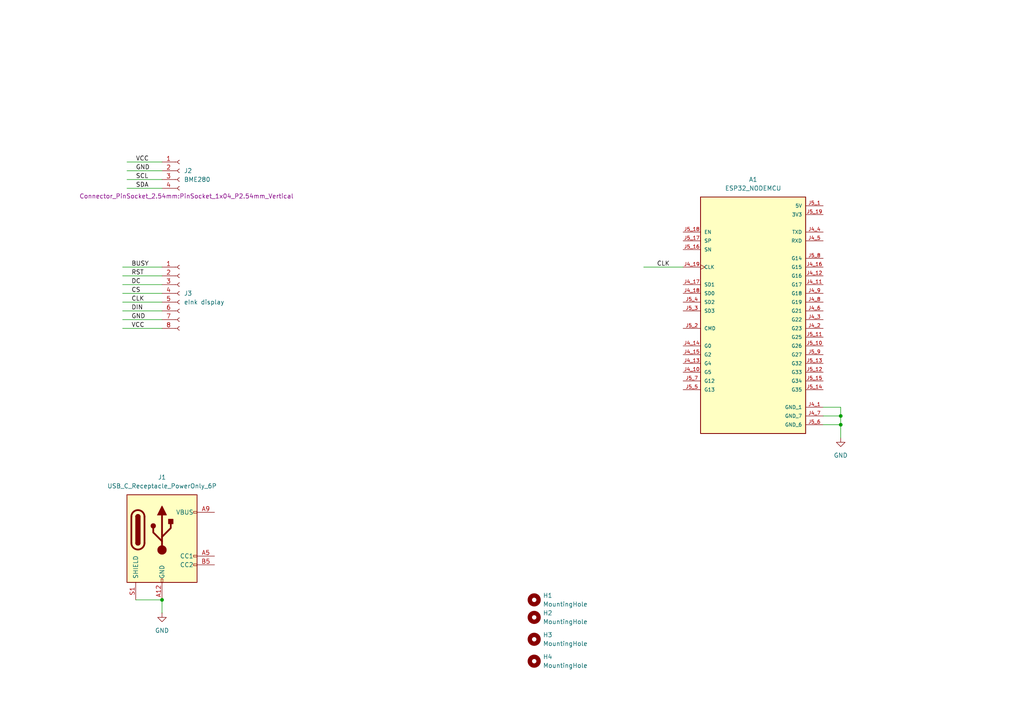
<source format=kicad_sch>
(kicad_sch (version 20250114) (generator "eeschema") (generator_version "9.0")
  (paper "A4")
  (lib_symbols
    (symbol "Connector:Conn_01x04_Socket" (pin_names (offset 1.016) (hide yes))
      (property "Reference" "J" (at 0 5.08 0))
      (property "Value" "Conn_01x04_Socket" (at 0 -7.62 0))
      (symbol "Conn_01x04_Socket_1_1"
        (polyline (pts (xy -1.27 2.54) (xy -0.508 2.54)) (stroke (width 0.1524)))
        (polyline (pts (xy -1.27 0) (xy -0.508 0)) (stroke (width 0.1524)))
        (polyline (pts (xy -1.27 -2.54) (xy -0.508 -2.54)) (stroke (width 0.1524)))
        (polyline (pts (xy -1.27 -5.08) (xy -0.508 -5.08)) (stroke (width 0.1524)))
        (arc (start 0 2.032) (mid -0.5058 2.54) (end 0 3.048) (stroke (width 0.1524)))
        (arc (start 0 -0.508) (mid -0.5058 0) (end 0 0.508) (stroke (width 0.1524)))
        (arc (start 0 -3.048) (mid -0.5058 -2.54) (end 0 -2.032) (stroke (width 0.1524)))
        (arc (start 0 -5.588) (mid -0.5058 -5.08) (end 0 -4.572) (stroke (width 0.1524)))
        (pin passive line (at -5.08 2.54 0) (length 3.81) (name "Pin_1") (number "1"))
        (pin passive line (at -5.08 0 0) (length 3.81) (name "Pin_2") (number "2"))
        (pin passive line (at -5.08 -2.54 0) (length 3.81) (name "Pin_3") (number "3"))
        (pin passive line (at -5.08 -5.08 0) (length 3.81) (name "Pin_4") (number "4"))
      )
    )
    (symbol "Connector:Conn_01x08_Socket" (pin_names (offset 1.016) (hide yes))
      (property "Reference" "J" (at 0 10.16 0))
      (property "Value" "Conn_01x08_Socket" (at 0 -12.7 0))
      (symbol "Conn_01x08_Socket_1_1"
        (polyline (pts (xy -1.27 7.62) (xy -0.508 7.62)) (stroke (width 0.1524)))
        (polyline (pts (xy -1.27 5.08) (xy -0.508 5.08)) (stroke (width 0.1524)))
        (polyline (pts (xy -1.27 2.54) (xy -0.508 2.54)) (stroke (width 0.1524)))
        (polyline (pts (xy -1.27 0) (xy -0.508 0)) (stroke (width 0.1524)))
        (polyline (pts (xy -1.27 -2.54) (xy -0.508 -2.54)) (stroke (width 0.1524)))
        (polyline (pts (xy -1.27 -5.08) (xy -0.508 -5.08)) (stroke (width 0.1524)))
        (polyline (pts (xy -1.27 -7.62) (xy -0.508 -7.62)) (stroke (width 0.1524)))
        (polyline (pts (xy -1.27 -10.16) (xy -0.508 -10.16)) (stroke (width 0.1524)))
        (arc (start 0 7.112) (mid -0.5058 7.62) (end 0 8.128) (stroke (width 0.1524)))
        (arc (start 0 4.572) (mid -0.5058 5.08) (end 0 5.588) (stroke (width 0.1524)))
        (arc (start 0 2.032) (mid -0.5058 2.54) (end 0 3.048) (stroke (width 0.1524)))
        (arc (start 0 -0.508) (mid -0.5058 0) (end 0 0.508) (stroke (width 0.1524)))
        (arc (start 0 -3.048) (mid -0.5058 -2.54) (end 0 -2.032) (stroke (width 0.1524)))
        (arc (start 0 -5.588) (mid -0.5058 -5.08) (end 0 -4.572) (stroke (width 0.1524)))
        (arc (start 0 -8.128) (mid -0.5058 -7.62) (end 0 -7.112) (stroke (width 0.1524)))
        (arc (start 0 -10.668) (mid -0.5058 -10.16) (end 0 -9.652) (stroke (width 0.1524)))
        (pin passive line (at -5.08 7.62 0) (length 3.81) (name "Pin_1") (number "1"))
        (pin passive line (at -5.08 5.08 0) (length 3.81) (name "Pin_2") (number "2"))
        (pin passive line (at -5.08 2.54 0) (length 3.81) (name "Pin_3") (number "3"))
        (pin passive line (at -5.08 0 0) (length 3.81) (name "Pin_4") (number "4"))
        (pin passive line (at -5.08 -2.54 0) (length 3.81) (name "Pin_5") (number "5"))
        (pin passive line (at -5.08 -5.08 0) (length 3.81) (name "Pin_6") (number "6"))
        (pin passive line (at -5.08 -7.62 0) (length 3.81) (name "Pin_7") (number "7"))
        (pin passive line (at -5.08 -10.16 0) (length 3.81) (name "Pin_8") (number "8"))
      )
    )
    (symbol "Connector:USB_C_Receptacle_PowerOnly_6P" (pin_names (offset 1.016))
      (property "Reference" "J" (at 0 16.51 0))
      (property "Value" "USB_C_Receptacle_PowerOnly_6P" (at 0 13.97 0))
      (symbol "USB_C_Receptacle_PowerOnly_6P_0_0"
        (rectangle (start -0.254 -12.7) (end 0.254 -11.684))
        (rectangle (start 10.16 7.874) (end 9.144 7.366))
        (rectangle (start 10.16 -4.826) (end 9.144 -5.334))
        (rectangle (start 10.16 -7.366) (end 9.144 -7.874))
      )
      (symbol "USB_C_Receptacle_PowerOnly_6P_0_1"
        (rectangle (start -10.16 12.7) (end 10.16 -12.7) (stroke (width 0.254)) (fill (type background)))
        (polyline (pts (xy -8.89 -1.27) (xy -8.89 6.35)) (stroke (width 0.508)))
        (rectangle (start -7.62 -1.27) (end -6.35 6.35) (stroke (width 0.254)) (fill (type outline)))
        (arc (start -7.62 6.35) (mid -6.985 6.9823) (end -6.35 6.35) (stroke (width 0.254)))
        (arc (start -7.62 6.35) (mid -6.985 6.9823) (end -6.35 6.35) (stroke (width 0.254)) (fill (type outline)))
        (arc (start -8.89 6.35) (mid -6.985 8.2467) (end -5.08 6.35) (stroke (width 0.508)))
        (arc (start -5.08 -1.27) (mid -6.985 -3.1667) (end -8.89 -1.27) (stroke (width 0.508)))
        (arc (start -6.35 -1.27) (mid -6.985 -1.9023) (end -7.62 -1.27) (stroke (width 0.254)))
        (arc (start -6.35 -1.27) (mid -6.985 -1.9023) (end -7.62 -1.27) (stroke (width 0.254)) (fill (type outline)))
        (polyline (pts (xy -5.08 6.35) (xy -5.08 -1.27)) (stroke (width 0.508)))
        (circle (center -2.54 3.683) (radius 0.635) (stroke (width 0.254)) (fill (type outline)))
        (polyline (pts (xy -1.27 6.858) (xy 0 9.398) (xy 1.27 6.858) (xy -1.27 6.858)) (stroke (width 0.254)) (fill (type outline)))
        (polyline (pts (xy 0 0.508) (xy 2.54 3.048) (xy 2.54 4.318)) (stroke (width 0.508)))
        (polyline (pts (xy 0 -0.762) (xy -2.54 1.778) (xy -2.54 3.048)) (stroke (width 0.508)))
        (polyline (pts (xy 0 -3.302) (xy 0 6.858)) (stroke (width 0.508)))
        (circle (center 0 -3.302) (radius 1.27) (fill (type outline)))
        (rectangle (start 1.905 4.318) (end 3.175 5.588) (stroke (width 0.254)) (fill (type outline)))
      )
      (symbol "USB_C_Receptacle_PowerOnly_6P_1_1"
        (pin passive line (at -7.62 -17.78 90) (length 5.08) (name "SHIELD") (number "S1"))
        (pin passive line (at 0 -17.78 90) (length 5.08) (name "GND") (number "A12"))
        (pin passive line (at 0 -17.78 90) (length 5.08) (hide yes) (name "GND") (number "B12"))
        (pin passive line (at 15.24 7.62 180) (length 5.08) (name "VBUS") (number "A9"))
        (pin passive line (at 15.24 7.62 180) (length 5.08) (hide yes) (name "VBUS") (number "B9"))
        (pin bidirectional line (at 15.24 -5.08 180) (length 5.08) (name "CC1") (number "A5"))
        (pin bidirectional line (at 15.24 -7.62 180) (length 5.08) (name "CC2") (number "B5"))
      )
    )
    (symbol "Mechanical:MountingHole" (pin_names (offset 1.016)) (exclude_from_sim yes) (in_bom no)
      (property "Reference" "H" (at 0 5.08 0))
      (property "Value" "MountingHole" (at 0 3.175 0))
      (symbol "MountingHole_0_1"
        (circle (center 0 0) (radius 1.27) (stroke (width 1.27)))
      )
    )
    (symbol "moje_knihovna:ESP32_NODEMCU" (pin_names (offset 1.016))
      (property "Reference" "U" (at -15.24 36.322 0))
      (property "Value" "ESP32_NODEMCU" (at -15.24 -35.56 0))
      (symbol "ESP32_NODEMCU_0_0"
        (rectangle (start -15.24 -33.02) (end 15.24 35.56) (stroke (width 0.254)) (fill (type background)))
        (pin input line (at -20.32 25.4 0) (length 5.08) (name "EN") (number "J5_18"))
        (pin input line (at -20.32 22.86 0) (length 5.08) (name "SP") (number "J5_17"))
        (pin input line (at -20.32 20.32 0) (length 5.08) (name "SN") (number "J5_16"))
        (pin input clock (at -20.32 15.24 0) (length 5.08) (name "CLK") (number "J4_19"))
        (pin bidirectional line (at -20.32 10.16 0) (length 5.08) (name "SD1") (number "J4_17"))
        (pin bidirectional line (at -20.32 7.62 0) (length 5.08) (name "SD0") (number "J4_18"))
        (pin bidirectional line (at -20.32 5.08 0) (length 5.08) (name "SD2") (number "J5_4"))
        (pin bidirectional line (at -20.32 2.54 0) (length 5.08) (name "SD3") (number "J5_3"))
        (pin bidirectional line (at -20.32 -2.54 0) (length 5.08) (name "CMD") (number "J5_2"))
        (pin bidirectional line (at -20.32 -7.62 0) (length 5.08) (name "G0") (number "J4_14"))
        (pin bidirectional line (at -20.32 -10.16 0) (length 5.08) (name "G2") (number "J4_15"))
        (pin bidirectional line (at -20.32 -12.7 0) (length 5.08) (name "G4") (number "J4_13"))
        (pin bidirectional line (at -20.32 -15.24 0) (length 5.08) (name "G5") (number "J4_10"))
        (pin bidirectional line (at -20.32 -17.78 0) (length 5.08) (name "G12") (number "J5_7"))
        (pin bidirectional line (at -20.32 -20.32 0) (length 5.08) (name "G13") (number "J5_5"))
        (pin power_in line (at 20.32 33.02 180) (length 5.08) (name "5V") (number "J5_1"))
        (pin power_in line (at 20.32 30.48 180) (length 5.08) (name "3V3") (number "J5_19"))
        (pin output line (at 20.32 25.4 180) (length 5.08) (name "TXD") (number "J4_4"))
        (pin input line (at 20.32 22.86 180) (length 5.08) (name "RXD") (number "J4_5"))
        (pin bidirectional line (at 20.32 17.78 180) (length 5.08) (name "G14") (number "J5_8"))
        (pin bidirectional line (at 20.32 15.24 180) (length 5.08) (name "G15") (number "J4_16"))
        (pin bidirectional line (at 20.32 12.7 180) (length 5.08) (name "G16") (number "J4_12"))
        (pin bidirectional line (at 20.32 10.16 180) (length 5.08) (name "G17") (number "J4_11"))
        (pin bidirectional line (at 20.32 7.62 180) (length 5.08) (name "G18") (number "J4_9"))
        (pin bidirectional line (at 20.32 5.08 180) (length 5.08) (name "G19") (number "J4_8"))
        (pin bidirectional line (at 20.32 2.54 180) (length 5.08) (name "G21") (number "J4_6"))
        (pin bidirectional line (at 20.32 0 180) (length 5.08) (name "G22") (number "J4_3"))
        (pin bidirectional line (at 20.32 -2.54 180) (length 5.08) (name "G23") (number "J4_2"))
        (pin bidirectional line (at 20.32 -5.08 180) (length 5.08) (name "G25") (number "J5_11"))
        (pin bidirectional line (at 20.32 -7.62 180) (length 5.08) (name "G26") (number "J5_10"))
        (pin bidirectional line (at 20.32 -10.16 180) (length 5.08) (name "G27") (number "J5_9"))
        (pin bidirectional line (at 20.32 -12.7 180) (length 5.08) (name "G32") (number "J5_13"))
        (pin bidirectional line (at 20.32 -15.24 180) (length 5.08) (name "G33") (number "J5_12"))
        (pin bidirectional line (at 20.32 -17.78 180) (length 5.08) (name "G34") (number "J5_15"))
        (pin bidirectional line (at 20.32 -20.32 180) (length 5.08) (name "G35") (number "J5_14"))
        (pin power_in line (at 20.32 -25.4 180) (length 5.08) (name "GND_1") (number "J4_1"))
        (pin power_in line (at 20.32 -27.94 180) (length 5.08) (name "GND_7") (number "J4_7"))
        (pin power_in line (at 20.32 -30.48 180) (length 5.08) (name "GND_6") (number "J5_6"))
      )
    )
    (symbol "power:GND" (power) (pin_numbers (hide yes)) (pin_names (offset 0) (hide yes))
      (property "Value" "GND" (at 0 -3.81 0))
      (symbol "GND_0_1"
        (polyline (pts (xy 0 0) (xy 0 -1.27) (xy 1.27 -1.27) (xy 0 -2.54) (xy -1.27 -1.27) (xy 0 -1.27)))
      )
      (symbol "GND_1_1"
        (pin power_in line (at 0 0 270) (length 0) (name "~") (number "1"))
      )
    )
  )
  (junction (at 46.99 173.99))
  (junction (at 243.84 120.65))
  (junction (at 243.84 123.19))
  (wire (pts (xy 35.56 95.25) (xy 46.99 95.25)))
  (wire (pts (xy 238.76 123.19) (xy 243.84 123.19)))
  (wire (pts (xy 35.56 92.71) (xy 46.99 92.71)))
  (wire (pts (xy 35.56 77.47) (xy 46.99 77.47)))
  (wire (pts (xy 39.37 173.99) (xy 46.99 173.99)))
  (wire (pts (xy 36.83 54.61) (xy 46.99 54.61)))
  (wire (pts (xy 36.83 52.07) (xy 46.99 52.07)))
  (wire (pts (xy 35.56 82.55) (xy 46.99 82.55)))
  (wire (pts (xy 238.76 118.11) (xy 243.84 118.11)))
  (wire (pts (xy 35.56 85.09) (xy 46.99 85.09)))
  (wire (pts (xy 35.56 90.17) (xy 46.99 90.17)))
  (wire (pts (xy 243.84 123.19) (xy 243.84 127)))
  (wire (pts (xy 243.84 118.11) (xy 243.84 120.65)))
  (wire (pts (xy 35.56 80.01) (xy 46.99 80.01)))
  (wire (pts (xy 36.83 46.99) (xy 46.99 46.99)))
  (wire (pts (xy 186.69 77.47) (xy 198.12 77.47)))
  (wire (pts (xy 46.99 173.99) (xy 46.99 177.8)))
  (wire (pts (xy 35.56 87.63) (xy 46.99 87.63)))
  (wire (pts (xy 238.76 120.65) (xy 243.84 120.65)))
  (wire (pts (xy 243.84 120.65) (xy 243.84 123.19)))
  (wire (pts (xy 36.83 49.53) (xy 46.99 49.53)))
  (label "GND" (at 39.37 49.53 0))
  (label "DC" (at 38.1 82.55 0))
  (label "CLK" (at 190.5 77.47 0))
  (label "DIN" (at 38.1 90.17 0))
  (label "CS" (at 38.1 85.09 0))
  (label "BUSY" (at 38.1 77.47 0))
  (label "SDA" (at 39.37 54.61 0))
  (label "VCC" (at 39.37 46.99 0))
  (label "RST" (at 38.1 80.01 0))
  (label "VCC" (at 38.1 95.25 0))
  (label "GND" (at 38.1 92.71 0))
  (label "SCL" (at 39.37 52.07 0))
  (label "CLK" (at 38.1 87.63 0))
  (symbol (lib_id "power:GND") (at 243.84 127 0) (unit 1)
    (property "Reference" "#PWR02" (effects (hide yes)))
    (property "Value" "GND" (at 243.84 132.08 0))
    (property "Description" "Power symbol creates a global label with name \"GND\" , ground" (effects (hide yes)))
  )
  (symbol (lib_id "power:GND") (at 46.99 177.8 0) (unit 1)
    (property "Reference" "#PWR01" (effects (hide yes)))
    (property "Value" "GND" (at 46.99 182.88 0))
    (property "Description" "Power symbol creates a global label with name \"GND\" , ground" (effects (hide yes)))
  )
  (symbol (lib_id "Mechanical:MountingHole") (at 154.94 191.77 0) (unit 1) (exclude_from_sim yes) (in_bom no)
    (property "Reference" "H4" (at 157.48 190.4999 0) (effects (justify left)))
    (property "Value" "MountingHole" (at 157.48 193.0399 0) (effects (justify left)))
    (property "Footprint" "MountingHole:MountingHole_3.2mm_M3_ISO14580_Pad_TopBottom" (effects (hide yes)))
    (property "Description" "Mounting Hole without connection" (effects (hide yes)))
  )
  (symbol (lib_id "Mechanical:MountingHole") (at 154.94 173.99 0) (unit 1) (exclude_from_sim yes) (in_bom no)
    (property "Reference" "H1" (at 157.48 172.7199 0) (effects (justify left)))
    (property "Value" "MountingHole" (at 157.48 175.2599 0) (effects (justify left)))
    (property "Footprint" "MountingHole:MountingHole_3.2mm_M3_ISO14580_Pad_TopBottom" (effects (hide yes)))
    (property "Description" "Mounting Hole without connection" (effects (hide yes)))
  )
  (symbol (lib_id "Connector:USB_C_Receptacle_PowerOnly_6P") (at 46.99 156.21 0) (unit 1)
    (property "Reference" "J1" (at 46.99 138.43 0))
    (property "Value" "USB_C_Receptacle_PowerOnly_6P" (at 46.99 140.97 0))
    (property "Footprint" "Connector_USB:USB_C_Receptacle_GCT_USB4135-GF-A_6P_TopMnt_Horizontal" (effects (hide yes)))
    (property "Datasheet" "https://www.usb.org/sites/default/files/documents/usb_type-c.zip" (effects (hide yes)))
    (property "Description" "USB Power-Only 6P Type-C Receptacle connector" (effects (hide yes)))
  )
  (symbol (lib_id "Mechanical:MountingHole") (at 154.94 185.42 0) (unit 1) (exclude_from_sim yes) (in_bom no)
    (property "Reference" "H3" (at 157.48 184.1499 0) (effects (justify left)))
    (property "Value" "MountingHole" (at 157.48 186.6899 0) (effects (justify left)))
    (property "Footprint" "MountingHole:MountingHole_3.2mm_M3_ISO14580_Pad_TopBottom" (effects (hide yes)))
    (property "Description" "Mounting Hole without connection" (effects (hide yes)))
  )
  (symbol (lib_id "Connector:Conn_01x04_Socket") (at 52.07 49.53 0) (unit 1)
    (property "Reference" "J2" (at 53.34 49.5299 0) (effects (justify left)))
    (property "Value" "BME280" (at 53.34 52.0699 0) (effects (justify left)))
    (property "Footprint" "Connector_PinSocket_2.54mm:PinSocket_1x04_P2.54mm_Vertical" (at 54.102 56.896 0))
    (property "Description" "Generic connector, single row, 01x04, script generated" (effects (hide yes)))
  )
  (symbol (lib_id "Mechanical:MountingHole") (at 154.94 179.07 0) (unit 1) (exclude_from_sim yes) (in_bom no)
    (property "Reference" "H2" (at 157.48 177.7999 0) (effects (justify left)))
    (property "Value" "MountingHole" (at 157.48 180.3399 0) (effects (justify left)))
    (property "Footprint" "MountingHole:MountingHole_3.2mm_M3_ISO14580_Pad_TopBottom" (effects (hide yes)))
    (property "Description" "Mounting Hole without connection" (effects (hide yes)))
  )
  (symbol (lib_id "Connector:Conn_01x08_Socket") (at 52.07 85.09 0) (unit 1)
    (property "Reference" "J3" (at 53.34 85.0899 0) (effects (justify left)))
    (property "Value" "eInk display" (at 53.34 87.6299 0) (effects (justify left)))
    (property "Footprint" "Connector_PinSocket_2.54mm:PinSocket_1x09_P2.54mm_Horizontal" (effects (hide yes)))
    (property "Description" "Generic connector, single row, 01x08, script generated" (effects (hide yes)))
  )
  (symbol (lib_id "moje_knihovna:ESP32_NODEMCU") (at 218.44 92.71 0) (unit 1)
    (property "Reference" "A1" (at 218.44 52.07 0))
    (property "Value" "ESP32_NODEMCU" (at 218.44 54.61 0))
    (property "Footprint" "ndoemcu:MODULE_ESP32_NODEMCU" (effects (hide yes)))
    (property "MF" "AZ Delivery" (effects (hide yes)))
    (property "MAXIMUM_PACKAGE_HEIGHT" "6.6 mm" (effects (hide yes)))
    (property "Package" "Package" (effects (hide yes)))
    (property "Price" "None" (effects (hide yes)))
    (property "Check_prices" "https://www.snapeda.com/parts/ESP32%20NODEMCU/AZ+Displays/view-part/?ref=eda" (effects (hide yes)))
    (property "STANDARD" "Manufacturer Recommendations" (effects (hide yes)))
    (property "SnapEDA_Link" "https://www.snapeda.com/parts/ESP32%20NODEMCU/AZ+Displays/view-part/?ref=snap" (effects (hide yes)))
    (property "MP" "ESP32 NODEMCU" (effects (hide yes)))
    (property "Description_1" "NodeMCU is an open source loT platform. ESP32 is a series of low cost, low power\nsystem-on-chip (SoC) microcontrollers with integrated Wi-Fi and dual-mode Bluetooth." (effects (hide yes)))
    (property "Availability" "Not in stock" (effects (hide yes)))
    (property "MANUFACTURER" "AZ Delivery" (effects (hide yes)))
  )
)
</source>
